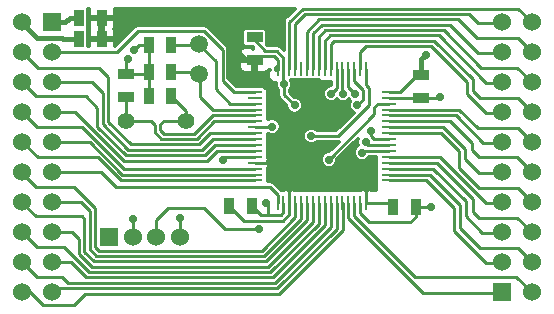
<source format=gtl>
G04 (created by PCBNEW (2013-may-18)-stable) date Вс 15 ноя 2015 18:53:40*
%MOIN*%
G04 Gerber Fmt 3.4, Leading zero omitted, Abs format*
%FSLAX34Y34*%
G01*
G70*
G90*
G04 APERTURE LIST*
%ADD10C,0.00590551*%
%ADD11R,0.035X0.055*%
%ADD12R,0.055X0.035*%
%ADD13R,0.06X0.06*%
%ADD14C,0.06*%
%ADD15C,0.056*%
%ADD16R,0.0472X0.01*%
%ADD17R,0.01X0.0472*%
%ADD18C,0.0590551*%
%ADD19C,0.0275591*%
%ADD20C,0.015748*%
%ADD21C,0.01*%
%ADD22C,0.011811*%
G04 APERTURE END LIST*
G54D10*
G54D11*
X27934Y-18622D03*
X27184Y-18622D03*
X29506Y-20433D03*
X30256Y-20433D03*
X29506Y-19527D03*
X30256Y-19527D03*
G54D12*
X28740Y-20491D03*
X28740Y-21241D03*
G54D11*
X29506Y-21220D03*
X30256Y-21220D03*
G54D12*
X33031Y-20020D03*
X33031Y-19270D03*
G54D11*
X37656Y-24921D03*
X38406Y-24921D03*
X32184Y-24881D03*
X32934Y-24881D03*
G54D12*
X38582Y-20530D03*
X38582Y-21280D03*
G54D13*
X28188Y-25905D03*
G54D14*
X28976Y-25905D03*
X29763Y-25905D03*
X30551Y-25905D03*
G54D15*
X28763Y-22047D03*
X30763Y-22047D03*
G54D13*
X26287Y-18767D03*
G54D14*
X25287Y-18767D03*
X26287Y-19767D03*
X25287Y-19767D03*
X26287Y-20767D03*
X25287Y-20767D03*
X26287Y-21767D03*
X25287Y-21767D03*
X26287Y-22767D03*
X25287Y-22767D03*
X26287Y-23767D03*
X25287Y-23767D03*
X26287Y-24767D03*
X25287Y-24767D03*
X26287Y-25767D03*
X25287Y-25767D03*
X26287Y-26767D03*
X25287Y-26767D03*
X26287Y-27767D03*
X25287Y-27767D03*
G54D13*
X41287Y-27767D03*
G54D14*
X42287Y-27767D03*
X41287Y-26767D03*
X42287Y-26767D03*
X41287Y-25767D03*
X42287Y-25767D03*
X41287Y-24767D03*
X42287Y-24767D03*
X41287Y-23767D03*
X42287Y-23767D03*
X41287Y-22767D03*
X42287Y-22767D03*
X41287Y-21767D03*
X42287Y-21767D03*
X41287Y-20767D03*
X42287Y-20767D03*
X41287Y-19767D03*
X42287Y-19767D03*
X41287Y-18767D03*
X42287Y-18767D03*
G54D16*
X33031Y-21083D03*
X33031Y-21280D03*
X33031Y-21477D03*
X33031Y-21674D03*
X33031Y-21871D03*
X33031Y-22067D03*
X33031Y-22264D03*
X33031Y-22461D03*
X33031Y-22657D03*
X33031Y-22854D03*
X33031Y-23051D03*
X33031Y-23247D03*
X33031Y-23444D03*
X33031Y-23641D03*
X33031Y-23838D03*
X33031Y-24035D03*
G54D17*
X33799Y-24803D03*
X33996Y-24803D03*
X34193Y-24803D03*
X34390Y-24803D03*
X34587Y-24803D03*
X34783Y-24803D03*
X34980Y-24803D03*
X35177Y-24803D03*
X35373Y-24803D03*
X35570Y-24803D03*
X35767Y-24803D03*
X35963Y-24803D03*
X36160Y-24803D03*
X36357Y-24803D03*
X36554Y-24803D03*
X36751Y-24803D03*
G54D16*
X37519Y-24035D03*
X37519Y-23838D03*
X37519Y-23641D03*
X37519Y-23444D03*
X37519Y-23247D03*
X37519Y-23051D03*
X37519Y-22854D03*
X37519Y-22657D03*
X37519Y-22461D03*
X37519Y-22264D03*
X37519Y-22067D03*
X37519Y-21871D03*
X37519Y-21674D03*
X37519Y-21477D03*
X37519Y-21280D03*
X37519Y-21083D03*
G54D17*
X36751Y-20315D03*
X36554Y-20315D03*
X36357Y-20315D03*
X36160Y-20315D03*
X35963Y-20315D03*
X35767Y-20315D03*
X35570Y-20315D03*
X35373Y-20315D03*
X35177Y-20315D03*
X34980Y-20315D03*
X34783Y-20315D03*
X34587Y-20315D03*
X34390Y-20315D03*
X34193Y-20315D03*
X33996Y-20315D03*
X33799Y-20315D03*
G54D11*
X27184Y-19330D03*
X27934Y-19330D03*
G54D18*
X31181Y-19500D03*
X31181Y-20500D03*
G54D19*
X38740Y-19842D03*
X32401Y-18503D03*
X31968Y-23346D03*
X38897Y-24921D03*
X39212Y-21259D03*
X33425Y-24803D03*
X28818Y-20000D03*
X29015Y-19685D03*
X34370Y-21535D03*
X34015Y-20826D03*
X36614Y-23110D03*
X35590Y-21141D03*
X28976Y-25314D03*
X33622Y-22244D03*
X35511Y-23346D03*
X33188Y-25669D03*
X30551Y-25275D03*
X34921Y-22559D03*
X36732Y-22755D03*
X36377Y-21141D03*
X36456Y-21535D03*
X36929Y-22401D03*
X35984Y-21141D03*
G54D20*
X27934Y-19330D02*
X27934Y-18622D01*
X32401Y-18503D02*
X29015Y-18503D01*
X28897Y-18622D02*
X27934Y-18622D01*
X29015Y-18503D02*
X28897Y-18622D01*
G54D21*
X33031Y-23444D02*
X33603Y-23444D01*
X33603Y-23444D02*
X33622Y-23425D01*
G54D20*
X38582Y-20530D02*
X38582Y-20000D01*
X38582Y-20000D02*
X38740Y-19842D01*
G54D21*
X36751Y-24803D02*
X36751Y-24271D01*
X36751Y-24271D02*
X36732Y-24251D01*
X34193Y-24803D02*
X34193Y-24232D01*
X34193Y-24232D02*
X34173Y-24212D01*
X33031Y-20020D02*
X32776Y-20020D01*
X32401Y-19645D02*
X32401Y-18503D01*
X32776Y-20020D02*
X32401Y-19645D01*
X33799Y-20315D02*
X33799Y-20020D01*
X33149Y-19903D02*
X33031Y-20020D01*
X33682Y-19903D02*
X33149Y-19903D01*
X33799Y-20020D02*
X33682Y-19903D01*
X34193Y-24803D02*
X34193Y-25153D01*
X32677Y-25375D02*
X32184Y-24881D01*
X33971Y-25375D02*
X32677Y-25375D01*
X34193Y-25153D02*
X33971Y-25375D01*
X36751Y-24803D02*
X37538Y-24803D01*
X37538Y-24803D02*
X37656Y-24921D01*
X37519Y-21083D02*
X37893Y-21083D01*
X38445Y-20530D02*
X38582Y-20530D01*
X37893Y-21083D02*
X38445Y-20530D01*
G54D20*
X26287Y-18767D02*
X26720Y-18767D01*
X26866Y-18622D02*
X27184Y-18622D01*
X26720Y-18767D02*
X26866Y-18622D01*
G54D21*
X33031Y-23247D02*
X32067Y-23247D01*
X32067Y-23247D02*
X31968Y-23346D01*
X38406Y-24921D02*
X38897Y-24921D01*
X38582Y-21280D02*
X39191Y-21280D01*
X39191Y-21280D02*
X39212Y-21259D01*
X33464Y-25196D02*
X33464Y-24842D01*
X33464Y-24842D02*
X33425Y-24803D01*
X33996Y-20315D02*
X33996Y-19941D01*
X33031Y-19370D02*
X33031Y-19270D01*
X33385Y-19724D02*
X33031Y-19370D01*
X33779Y-19724D02*
X33385Y-19724D01*
X33996Y-19941D02*
X33779Y-19724D01*
X28740Y-20491D02*
X28740Y-20078D01*
X28740Y-20078D02*
X28818Y-20000D01*
X29506Y-19527D02*
X29173Y-19527D01*
X29173Y-19527D02*
X29015Y-19685D01*
X34015Y-20826D02*
X34015Y-21181D01*
X34015Y-21181D02*
X34370Y-21535D01*
X33996Y-24803D02*
X33996Y-25097D01*
X33249Y-25196D02*
X32934Y-24881D01*
X33897Y-25196D02*
X33464Y-25196D01*
X33464Y-25196D02*
X33249Y-25196D01*
X33996Y-25097D02*
X33897Y-25196D01*
X36554Y-24803D02*
X36554Y-25137D01*
X38406Y-25254D02*
X38406Y-24921D01*
X38228Y-25433D02*
X38406Y-25254D01*
X36850Y-25433D02*
X38228Y-25433D01*
X36554Y-25137D02*
X36850Y-25433D01*
X37519Y-21280D02*
X38582Y-21280D01*
X38582Y-21280D02*
X38582Y-21280D01*
X33996Y-20807D02*
X33996Y-20315D01*
X34015Y-20826D02*
X33996Y-20807D01*
X29506Y-20433D02*
X29506Y-19527D01*
X29506Y-21220D02*
X29506Y-20433D01*
X28740Y-20491D02*
X29448Y-20491D01*
X29448Y-20491D02*
X29506Y-20433D01*
X26287Y-19751D02*
X28437Y-19751D01*
X32342Y-21083D02*
X33031Y-21083D01*
X31968Y-20708D02*
X32342Y-21083D01*
X31968Y-19685D02*
X31968Y-20708D01*
X31338Y-19055D02*
X31968Y-19685D01*
X29133Y-19055D02*
X31338Y-19055D01*
X28437Y-19751D02*
X29133Y-19055D01*
X41220Y-27244D02*
X41763Y-27244D01*
X38385Y-27244D02*
X41220Y-27244D01*
X36357Y-25215D02*
X38385Y-27244D01*
X36357Y-24803D02*
X36357Y-25215D01*
X41763Y-27244D02*
X42287Y-27767D01*
X40759Y-27783D02*
X41271Y-27783D01*
X36160Y-24803D02*
X36160Y-25294D01*
X36160Y-25294D02*
X38649Y-27783D01*
X38649Y-27783D02*
X40759Y-27783D01*
X41271Y-27783D02*
X41287Y-27767D01*
X25287Y-27751D02*
X25547Y-27751D01*
X35981Y-24803D02*
X35963Y-24803D01*
X35981Y-25686D02*
X35981Y-24803D01*
X33860Y-27807D02*
X35981Y-25686D01*
X27388Y-27807D02*
X33860Y-27807D01*
X27007Y-28188D02*
X27388Y-27807D01*
X25984Y-28188D02*
X27007Y-28188D01*
X25547Y-27751D02*
X25984Y-28188D01*
X35767Y-24803D02*
X35767Y-25647D01*
X26410Y-27629D02*
X26287Y-27751D01*
X33785Y-27629D02*
X26410Y-27629D01*
X35767Y-25647D02*
X33785Y-27629D01*
X35570Y-24803D02*
X35570Y-25591D01*
X25779Y-27244D02*
X25287Y-26751D01*
X26614Y-27244D02*
X25779Y-27244D01*
X26820Y-27450D02*
X26614Y-27244D01*
X33711Y-27450D02*
X26820Y-27450D01*
X35570Y-25591D02*
X33711Y-27450D01*
X35373Y-24803D02*
X35373Y-25535D01*
X26909Y-26751D02*
X26287Y-26751D01*
X27429Y-27271D02*
X26909Y-26751D01*
X33637Y-27271D02*
X27429Y-27271D01*
X35373Y-25535D02*
X33637Y-27271D01*
X33031Y-22461D02*
X31548Y-22461D01*
X25811Y-20275D02*
X25287Y-19751D01*
X27834Y-20275D02*
X25811Y-20275D01*
X28149Y-20590D02*
X27834Y-20275D01*
X28149Y-22086D02*
X28149Y-20590D01*
X28900Y-22837D02*
X28149Y-22086D01*
X31171Y-22837D02*
X28900Y-22837D01*
X31548Y-22461D02*
X31171Y-22837D01*
X36673Y-23051D02*
X37519Y-23051D01*
X36614Y-23110D02*
X36673Y-23051D01*
X35767Y-20964D02*
X35767Y-20315D01*
X35590Y-21141D02*
X35767Y-20964D01*
X33031Y-23641D02*
X28686Y-23641D01*
X25779Y-22244D02*
X25287Y-21751D01*
X27289Y-22244D02*
X25779Y-22244D01*
X28686Y-23641D02*
X27289Y-22244D01*
X35177Y-24803D02*
X35177Y-25479D01*
X25795Y-26259D02*
X25287Y-25751D01*
X26692Y-26259D02*
X25795Y-26259D01*
X27525Y-27092D02*
X26692Y-26259D01*
X33563Y-27092D02*
X27525Y-27092D01*
X35177Y-25479D02*
X33563Y-27092D01*
X33031Y-23051D02*
X31768Y-23051D01*
X27050Y-21751D02*
X26287Y-21751D01*
X28672Y-23374D02*
X27050Y-21751D01*
X31445Y-23374D02*
X28672Y-23374D01*
X31768Y-23051D02*
X31445Y-23374D01*
X33031Y-22854D02*
X31712Y-22854D01*
X25755Y-21220D02*
X25287Y-20751D01*
X27401Y-21220D02*
X25755Y-21220D01*
X27792Y-21611D02*
X27401Y-21220D01*
X27792Y-22240D02*
X27792Y-21611D01*
X28746Y-23195D02*
X27792Y-22240D01*
X31371Y-23195D02*
X28746Y-23195D01*
X31712Y-22854D02*
X31371Y-23195D01*
X33031Y-22657D02*
X31634Y-22657D01*
X27602Y-20751D02*
X26287Y-20751D01*
X27970Y-21120D02*
X27602Y-20751D01*
X27970Y-22160D02*
X27970Y-21120D01*
X28826Y-23016D02*
X27970Y-22160D01*
X31274Y-23016D02*
X28826Y-23016D01*
X31634Y-22657D02*
X31274Y-23016D01*
G54D20*
X25287Y-18767D02*
X25287Y-18791D01*
X26653Y-19330D02*
X27184Y-19330D01*
X26614Y-19291D02*
X26653Y-19330D01*
X25787Y-19291D02*
X26614Y-19291D01*
X25287Y-18791D02*
X25787Y-19291D01*
G54D21*
X28976Y-25314D02*
X28976Y-25905D01*
X33602Y-22264D02*
X33622Y-22244D01*
X33031Y-22264D02*
X33602Y-22264D01*
X29763Y-25905D02*
X29763Y-25354D01*
X37029Y-21592D02*
X37144Y-21477D01*
X37029Y-21829D02*
X37029Y-21592D01*
X35511Y-23346D02*
X37029Y-21829D01*
X37144Y-21477D02*
X37519Y-21477D01*
X32047Y-25669D02*
X33188Y-25669D01*
X31338Y-24960D02*
X32047Y-25669D01*
X30157Y-24960D02*
X31338Y-24960D01*
X29763Y-25354D02*
X30157Y-24960D01*
X36751Y-20315D02*
X36751Y-20846D01*
X30551Y-25275D02*
X30551Y-25905D01*
X35826Y-22559D02*
X34921Y-22559D01*
X36850Y-21535D02*
X35826Y-22559D01*
X36850Y-20944D02*
X36850Y-21535D01*
X36751Y-20846D02*
X36850Y-20944D01*
X32224Y-21476D02*
X32657Y-21476D01*
X32658Y-21477D02*
X33031Y-21477D01*
X32657Y-21476D02*
X32658Y-21477D01*
X31732Y-20051D02*
X31220Y-19539D01*
X31732Y-20984D02*
X31732Y-20051D01*
X32225Y-21477D02*
X32224Y-21476D01*
X32224Y-21476D02*
X31732Y-20984D01*
X30256Y-19527D02*
X31208Y-19527D01*
X31208Y-19527D02*
X31220Y-19539D01*
X30256Y-20433D02*
X31114Y-20433D01*
X31220Y-20539D02*
X31220Y-21259D01*
X31114Y-20433D02*
X31220Y-20539D01*
X31220Y-21259D02*
X31634Y-21674D01*
X31634Y-21674D02*
X32598Y-21674D01*
X32598Y-21674D02*
X33031Y-21674D01*
X32598Y-21674D02*
X32598Y-21674D01*
X40759Y-22783D02*
X41271Y-22783D01*
X39745Y-21871D02*
X40657Y-22783D01*
X40657Y-22783D02*
X40759Y-22783D01*
X37519Y-21871D02*
X39745Y-21871D01*
X41271Y-22783D02*
X41287Y-22767D01*
X34980Y-24803D02*
X34980Y-25423D01*
X26933Y-25751D02*
X26287Y-25751D01*
X27180Y-25999D02*
X26933Y-25751D01*
X27180Y-26481D02*
X27180Y-25999D01*
X27612Y-26914D02*
X27180Y-26481D01*
X33489Y-26914D02*
X27612Y-26914D01*
X34980Y-25423D02*
X33489Y-26914D01*
X40759Y-18783D02*
X41271Y-18783D01*
X40476Y-18783D02*
X40178Y-18485D01*
X40178Y-18485D02*
X34719Y-18485D01*
X34719Y-18485D02*
X34390Y-18814D01*
X34390Y-20315D02*
X34390Y-18814D01*
X40759Y-18783D02*
X40476Y-18783D01*
X41271Y-18783D02*
X41287Y-18767D01*
X41267Y-19291D02*
X41811Y-19291D01*
X34783Y-19077D02*
X35196Y-18664D01*
X35196Y-18664D02*
X39806Y-18664D01*
X39806Y-18664D02*
X40433Y-19291D01*
X40433Y-19291D02*
X41267Y-19291D01*
X34783Y-20315D02*
X34783Y-19077D01*
X41811Y-19291D02*
X42287Y-19767D01*
X40759Y-19783D02*
X41271Y-19783D01*
X34980Y-19133D02*
X35270Y-18843D01*
X35270Y-18843D02*
X39551Y-18843D01*
X39551Y-18843D02*
X40492Y-19783D01*
X40492Y-19783D02*
X40759Y-19783D01*
X34980Y-20315D02*
X34980Y-19133D01*
X41271Y-19783D02*
X41287Y-19767D01*
X41251Y-20275D02*
X41795Y-20275D01*
X35177Y-19238D02*
X35393Y-19022D01*
X35393Y-19022D02*
X39337Y-19022D01*
X39337Y-19022D02*
X40590Y-20275D01*
X40590Y-20275D02*
X41251Y-20275D01*
X35177Y-20315D02*
X35177Y-19238D01*
X41795Y-20275D02*
X42287Y-20767D01*
X40759Y-20783D02*
X41271Y-20783D01*
X35373Y-19378D02*
X35551Y-19200D01*
X35551Y-19200D02*
X39177Y-19200D01*
X39177Y-19200D02*
X40759Y-20783D01*
X35373Y-20315D02*
X35373Y-19378D01*
X41271Y-20783D02*
X41287Y-20767D01*
X40759Y-21783D02*
X41271Y-21783D01*
X36554Y-19744D02*
X36740Y-19558D01*
X36740Y-19558D02*
X38928Y-19558D01*
X38928Y-19558D02*
X40118Y-20748D01*
X40118Y-20748D02*
X40118Y-21141D01*
X40118Y-21141D02*
X40759Y-21783D01*
X36554Y-20315D02*
X36554Y-19744D01*
X41271Y-21783D02*
X41287Y-21767D01*
X41259Y-22283D02*
X41803Y-22283D01*
X39863Y-21674D02*
X40472Y-22283D01*
X40472Y-22283D02*
X41259Y-22283D01*
X37519Y-21674D02*
X39863Y-21674D01*
X41803Y-22283D02*
X42287Y-22767D01*
X41283Y-18307D02*
X41826Y-18307D01*
X34193Y-18759D02*
X34645Y-18307D01*
X34645Y-18307D02*
X41283Y-18307D01*
X34193Y-20315D02*
X34193Y-18759D01*
X41826Y-18307D02*
X42287Y-18767D01*
X41244Y-23267D02*
X41787Y-23267D01*
X39547Y-22067D02*
X40275Y-22795D01*
X40275Y-22795D02*
X40275Y-23031D01*
X40275Y-23031D02*
X40511Y-23267D01*
X40511Y-23267D02*
X41244Y-23267D01*
X37519Y-22067D02*
X39547Y-22067D01*
X41787Y-23267D02*
X42287Y-23767D01*
X40759Y-23783D02*
X41271Y-23783D01*
X39311Y-22264D02*
X40039Y-22992D01*
X40039Y-22992D02*
X40039Y-23307D01*
X40039Y-23307D02*
X40515Y-23783D01*
X40515Y-23783D02*
X40759Y-23783D01*
X37519Y-22264D02*
X39311Y-22264D01*
X41271Y-23783D02*
X41287Y-23767D01*
X26287Y-24751D02*
X27232Y-24751D01*
X34587Y-25310D02*
X34587Y-24803D01*
X33341Y-26556D02*
X34587Y-25310D01*
X27760Y-26556D02*
X33341Y-26556D01*
X27537Y-26333D02*
X27760Y-26556D01*
X27537Y-25057D02*
X27537Y-26333D01*
X27232Y-24751D02*
X27537Y-25057D01*
X41267Y-24291D02*
X41811Y-24291D01*
X39232Y-22461D02*
X39842Y-23070D01*
X39842Y-23070D02*
X39842Y-23622D01*
X39842Y-23622D02*
X40511Y-24291D01*
X40511Y-24291D02*
X41267Y-24291D01*
X37519Y-22461D02*
X39232Y-22461D01*
X41811Y-24291D02*
X42287Y-24767D01*
X40759Y-24783D02*
X41271Y-24783D01*
X39214Y-23247D02*
X40751Y-24783D01*
X40751Y-24783D02*
X40759Y-24783D01*
X37519Y-23247D02*
X39214Y-23247D01*
X41271Y-24783D02*
X41287Y-24767D01*
X41251Y-25275D02*
X41795Y-25275D01*
X39113Y-23444D02*
X40314Y-24645D01*
X40314Y-24645D02*
X40314Y-25078D01*
X40314Y-25078D02*
X40511Y-25275D01*
X40511Y-25275D02*
X41251Y-25275D01*
X37519Y-23444D02*
X39113Y-23444D01*
X41795Y-25275D02*
X42287Y-25767D01*
X40759Y-25783D02*
X41271Y-25783D01*
X38995Y-23641D02*
X40078Y-24724D01*
X40078Y-24724D02*
X40078Y-25236D01*
X40078Y-25236D02*
X40625Y-25783D01*
X40625Y-25783D02*
X40759Y-25783D01*
X37519Y-23641D02*
X38995Y-23641D01*
X41271Y-25783D02*
X41287Y-25767D01*
X41400Y-26299D02*
X41818Y-26299D01*
X37519Y-23838D02*
X38877Y-23838D01*
X40551Y-26299D02*
X41400Y-26299D01*
X41400Y-26299D02*
X41417Y-26299D01*
X39881Y-25629D02*
X40551Y-26299D01*
X39881Y-24842D02*
X39881Y-25629D01*
X38877Y-23838D02*
X39881Y-24842D01*
X41818Y-26299D02*
X42287Y-26767D01*
X40759Y-26783D02*
X41271Y-26783D01*
X38759Y-24035D02*
X39685Y-24960D01*
X39685Y-24960D02*
X39685Y-25708D01*
X39685Y-25708D02*
X40759Y-26783D01*
X37519Y-24035D02*
X38759Y-24035D01*
X41271Y-26783D02*
X41287Y-26767D01*
X41275Y-21299D02*
X41818Y-21299D01*
X35570Y-19478D02*
X35669Y-19379D01*
X35669Y-19379D02*
X39025Y-19379D01*
X39025Y-19379D02*
X40314Y-20669D01*
X40314Y-20669D02*
X40314Y-21062D01*
X40314Y-21062D02*
X40551Y-21299D01*
X40551Y-21299D02*
X41275Y-21299D01*
X35570Y-20315D02*
X35570Y-19478D01*
X41818Y-21299D02*
X42287Y-21767D01*
X36830Y-22854D02*
X37519Y-22854D01*
X36732Y-22755D02*
X36830Y-22854D01*
X36160Y-20924D02*
X36160Y-20315D01*
X36377Y-21141D02*
X36160Y-20924D01*
X33799Y-24803D02*
X33799Y-24508D01*
X27925Y-23751D02*
X26287Y-23751D01*
X28425Y-24251D02*
X27925Y-23751D01*
X33543Y-24251D02*
X28425Y-24251D01*
X33799Y-24508D02*
X33543Y-24251D01*
X36357Y-20727D02*
X36357Y-20315D01*
X36653Y-21023D02*
X36357Y-20727D01*
X36653Y-21338D02*
X36653Y-21023D01*
X36456Y-21535D02*
X36653Y-21338D01*
X37027Y-22657D02*
X37519Y-22657D01*
X36929Y-22401D02*
X36929Y-22559D01*
X36929Y-22559D02*
X37027Y-22657D01*
X35963Y-21121D02*
X35963Y-20315D01*
X35984Y-21141D02*
X35963Y-21121D01*
X32598Y-22067D02*
X33031Y-22067D01*
X28763Y-22047D02*
X28763Y-21264D01*
X28763Y-21264D02*
X28740Y-21241D01*
X32598Y-22067D02*
X32598Y-22067D01*
X32598Y-22067D02*
X31689Y-22067D01*
X29566Y-22047D02*
X28763Y-22047D01*
X29703Y-22183D02*
X29566Y-22047D01*
X29703Y-22436D02*
X29703Y-22183D01*
X29925Y-22659D02*
X29703Y-22436D01*
X31097Y-22659D02*
X29925Y-22659D01*
X31689Y-22067D02*
X31097Y-22659D01*
X32598Y-21871D02*
X33031Y-21871D01*
X30763Y-22047D02*
X30763Y-21727D01*
X30763Y-21727D02*
X30256Y-21220D01*
X32598Y-21871D02*
X32598Y-21871D01*
X32598Y-21871D02*
X31632Y-21871D01*
X30000Y-22047D02*
X30763Y-22047D01*
X29881Y-22165D02*
X30000Y-22047D01*
X29881Y-22362D02*
X29881Y-22165D01*
X30000Y-22480D02*
X29881Y-22362D01*
X31023Y-22480D02*
X30000Y-22480D01*
X31632Y-21871D02*
X31023Y-22480D01*
X33031Y-24035D02*
X28575Y-24035D01*
X25803Y-23267D02*
X25287Y-22751D01*
X27807Y-23267D02*
X25803Y-23267D01*
X28575Y-24035D02*
X27807Y-23267D01*
X33031Y-23838D02*
X28630Y-23838D01*
X27544Y-22751D02*
X26287Y-22751D01*
X28630Y-23838D02*
X27544Y-22751D01*
X25287Y-24751D02*
X25287Y-24775D01*
X34783Y-25367D02*
X34783Y-24803D01*
X33415Y-26735D02*
X34783Y-25367D01*
X27686Y-26735D02*
X33415Y-26735D01*
X27359Y-26407D02*
X27686Y-26735D01*
X27359Y-25314D02*
X27359Y-26407D01*
X27280Y-25236D02*
X27359Y-25314D01*
X25748Y-25236D02*
X27280Y-25236D01*
X25287Y-24775D02*
X25748Y-25236D01*
X25287Y-23751D02*
X25287Y-23791D01*
X34390Y-25255D02*
X34390Y-24803D01*
X33267Y-26377D02*
X34390Y-25255D01*
X27834Y-26377D02*
X33267Y-26377D01*
X27716Y-26259D02*
X27834Y-26377D01*
X27716Y-24960D02*
X27716Y-26259D01*
X27007Y-24251D02*
X27716Y-24960D01*
X25748Y-24251D02*
X27007Y-24251D01*
X25287Y-23791D02*
X25748Y-24251D01*
G54D10*
G36*
X33808Y-20363D02*
X33774Y-20363D01*
X33774Y-20356D01*
X33750Y-20356D01*
X33750Y-20274D01*
X33774Y-20274D01*
X33774Y-20266D01*
X33808Y-20266D01*
X33808Y-20363D01*
X33808Y-20363D01*
G37*
G54D22*
X33808Y-20363D02*
X33774Y-20363D01*
X33774Y-20356D01*
X33750Y-20356D01*
X33750Y-20274D01*
X33774Y-20274D01*
X33774Y-20266D01*
X33808Y-20266D01*
X33808Y-20363D01*
G54D10*
G36*
X37066Y-24350D02*
X36951Y-24350D01*
X36948Y-24347D01*
X36852Y-24307D01*
X36841Y-24308D01*
X36798Y-24350D01*
X36704Y-24350D01*
X36661Y-24308D01*
X36650Y-24307D01*
X36555Y-24347D01*
X36551Y-24350D01*
X34393Y-24350D01*
X34390Y-24347D01*
X34294Y-24307D01*
X34283Y-24308D01*
X34240Y-24350D01*
X34146Y-24350D01*
X34103Y-24308D01*
X34092Y-24307D01*
X33997Y-24347D01*
X33993Y-24350D01*
X33907Y-24350D01*
X33676Y-24119D01*
X33615Y-24078D01*
X33543Y-24064D01*
X33484Y-24064D01*
X33484Y-23643D01*
X33487Y-23640D01*
X33526Y-23545D01*
X33526Y-23533D01*
X33484Y-23491D01*
X33484Y-23396D01*
X33526Y-23354D01*
X33526Y-23342D01*
X33487Y-23247D01*
X33484Y-23244D01*
X33484Y-22485D01*
X33566Y-22519D01*
X33676Y-22519D01*
X33777Y-22477D01*
X33855Y-22400D01*
X33897Y-22299D01*
X33897Y-22189D01*
X33855Y-22088D01*
X33778Y-22010D01*
X33677Y-21968D01*
X33567Y-21968D01*
X33484Y-22002D01*
X33484Y-20964D01*
X33388Y-20964D01*
X33384Y-20955D01*
X33345Y-20916D01*
X33295Y-20895D01*
X33240Y-20895D01*
X32990Y-20895D01*
X32990Y-20389D01*
X32990Y-20061D01*
X32562Y-20061D01*
X32497Y-20126D01*
X32497Y-20246D01*
X32536Y-20342D01*
X32609Y-20415D01*
X32704Y-20454D01*
X32807Y-20454D01*
X32925Y-20454D01*
X32990Y-20389D01*
X32990Y-20895D01*
X32768Y-20895D01*
X32768Y-20895D01*
X32420Y-20895D01*
X32156Y-20630D01*
X32156Y-19685D01*
X32142Y-19613D01*
X32142Y-19613D01*
X32101Y-19552D01*
X32101Y-19552D01*
X31471Y-18922D01*
X31410Y-18881D01*
X31338Y-18867D01*
X29133Y-18867D01*
X29061Y-18881D01*
X29001Y-18922D01*
X28368Y-19555D01*
X28368Y-19554D01*
X28368Y-19107D01*
X28368Y-19003D01*
X28356Y-18976D01*
X28368Y-18948D01*
X28368Y-18845D01*
X28368Y-18727D01*
X28303Y-18662D01*
X27975Y-18662D01*
X27975Y-18861D01*
X27975Y-19091D01*
X27975Y-19289D01*
X28303Y-19289D01*
X28368Y-19225D01*
X28368Y-19107D01*
X28368Y-19554D01*
X28368Y-19436D01*
X28303Y-19371D01*
X27975Y-19371D01*
X27975Y-19379D01*
X27893Y-19379D01*
X27893Y-19371D01*
X27893Y-19289D01*
X27893Y-19091D01*
X27893Y-18861D01*
X27893Y-18662D01*
X27564Y-18662D01*
X27500Y-18727D01*
X27499Y-18845D01*
X27500Y-18948D01*
X27511Y-18976D01*
X27500Y-19003D01*
X27499Y-19107D01*
X27500Y-19225D01*
X27564Y-19289D01*
X27893Y-19289D01*
X27893Y-19371D01*
X27564Y-19371D01*
X27500Y-19436D01*
X27499Y-19554D01*
X27499Y-19564D01*
X27496Y-19564D01*
X27496Y-19028D01*
X27475Y-18977D01*
X27474Y-18976D01*
X27475Y-18975D01*
X27496Y-18924D01*
X27496Y-18869D01*
X27496Y-18319D01*
X27495Y-18316D01*
X27500Y-18316D01*
X27499Y-18398D01*
X27500Y-18516D01*
X27564Y-18581D01*
X27893Y-18581D01*
X27893Y-18573D01*
X27975Y-18573D01*
X27975Y-18581D01*
X28303Y-18581D01*
X28368Y-18516D01*
X28368Y-18398D01*
X28368Y-18316D01*
X34370Y-18316D01*
X34060Y-18626D01*
X34020Y-18687D01*
X34005Y-18759D01*
X34005Y-19685D01*
X33912Y-19591D01*
X33851Y-19550D01*
X33779Y-19536D01*
X33463Y-19536D01*
X33431Y-19504D01*
X33444Y-19473D01*
X33444Y-19418D01*
X33444Y-19068D01*
X33423Y-19017D01*
X33384Y-18978D01*
X33334Y-18957D01*
X33279Y-18957D01*
X32729Y-18957D01*
X32678Y-18978D01*
X32639Y-19017D01*
X32618Y-19068D01*
X32618Y-19122D01*
X32618Y-19472D01*
X32639Y-19523D01*
X32678Y-19562D01*
X32728Y-19583D01*
X32783Y-19583D01*
X32979Y-19583D01*
X32990Y-19594D01*
X32990Y-19651D01*
X32925Y-19586D01*
X32807Y-19586D01*
X32704Y-19586D01*
X32609Y-19626D01*
X32536Y-19699D01*
X32497Y-19794D01*
X32497Y-19914D01*
X32562Y-19979D01*
X32990Y-19979D01*
X32990Y-19971D01*
X33072Y-19971D01*
X33072Y-19979D01*
X33080Y-19979D01*
X33080Y-20061D01*
X33072Y-20061D01*
X33072Y-20389D01*
X33137Y-20454D01*
X33255Y-20454D01*
X33358Y-20454D01*
X33453Y-20415D01*
X33512Y-20356D01*
X33555Y-20356D01*
X33490Y-20420D01*
X33490Y-20499D01*
X33490Y-20602D01*
X33530Y-20697D01*
X33603Y-20770D01*
X33698Y-20810D01*
X33709Y-20810D01*
X33740Y-20779D01*
X33740Y-20881D01*
X33781Y-20982D01*
X33827Y-21028D01*
X33827Y-21181D01*
X33842Y-21252D01*
X33882Y-21313D01*
X34094Y-21525D01*
X34094Y-21590D01*
X34136Y-21691D01*
X34213Y-21768D01*
X34315Y-21810D01*
X34424Y-21811D01*
X34525Y-21769D01*
X34603Y-21691D01*
X34645Y-21590D01*
X34645Y-21480D01*
X34603Y-21379D01*
X34526Y-21301D01*
X34425Y-21259D01*
X34360Y-21259D01*
X34203Y-21103D01*
X34203Y-21028D01*
X34249Y-20983D01*
X34291Y-20881D01*
X34291Y-20772D01*
X34256Y-20688D01*
X34270Y-20688D01*
X34292Y-20680D01*
X34313Y-20688D01*
X34367Y-20688D01*
X34467Y-20688D01*
X34489Y-20680D01*
X34510Y-20688D01*
X34564Y-20688D01*
X34664Y-20688D01*
X34685Y-20680D01*
X34706Y-20688D01*
X34760Y-20688D01*
X34860Y-20688D01*
X34882Y-20680D01*
X34903Y-20688D01*
X34957Y-20688D01*
X35057Y-20688D01*
X35079Y-20680D01*
X35100Y-20688D01*
X35154Y-20688D01*
X35177Y-20688D01*
X35177Y-20767D01*
X35579Y-20767D01*
X35579Y-20866D01*
X35535Y-20866D01*
X35434Y-20907D01*
X35357Y-20985D01*
X35315Y-21086D01*
X35314Y-21196D01*
X35356Y-21297D01*
X35434Y-21375D01*
X35535Y-21417D01*
X35645Y-21417D01*
X35746Y-21375D01*
X35787Y-21334D01*
X35827Y-21375D01*
X35929Y-21417D01*
X36038Y-21417D01*
X36140Y-21375D01*
X36181Y-21334D01*
X36221Y-21375D01*
X36225Y-21376D01*
X36223Y-21379D01*
X36181Y-21480D01*
X36181Y-21590D01*
X36222Y-21691D01*
X36300Y-21768D01*
X36336Y-21783D01*
X35748Y-22371D01*
X35123Y-22371D01*
X35077Y-22325D01*
X34976Y-22283D01*
X34866Y-22283D01*
X34765Y-22325D01*
X34687Y-22402D01*
X34645Y-22503D01*
X34645Y-22613D01*
X34687Y-22714D01*
X34764Y-22792D01*
X34866Y-22834D01*
X34975Y-22834D01*
X35077Y-22792D01*
X35123Y-22746D01*
X35826Y-22746D01*
X35850Y-22742D01*
X35521Y-23070D01*
X35457Y-23070D01*
X35355Y-23112D01*
X35278Y-23190D01*
X35236Y-23291D01*
X35236Y-23401D01*
X35278Y-23502D01*
X35355Y-23579D01*
X35456Y-23621D01*
X35566Y-23622D01*
X35667Y-23580D01*
X35745Y-23502D01*
X35787Y-23401D01*
X35787Y-23336D01*
X36480Y-22643D01*
X36456Y-22700D01*
X36456Y-22810D01*
X36480Y-22867D01*
X36458Y-22876D01*
X36380Y-22953D01*
X36338Y-23055D01*
X36338Y-23164D01*
X36380Y-23266D01*
X36457Y-23343D01*
X36559Y-23385D01*
X36668Y-23385D01*
X36770Y-23344D01*
X36847Y-23266D01*
X36859Y-23238D01*
X37066Y-23238D01*
X37066Y-24350D01*
X37066Y-24350D01*
G37*
G54D22*
X37066Y-24350D02*
X36951Y-24350D01*
X36948Y-24347D01*
X36852Y-24307D01*
X36841Y-24308D01*
X36798Y-24350D01*
X36704Y-24350D01*
X36661Y-24308D01*
X36650Y-24307D01*
X36555Y-24347D01*
X36551Y-24350D01*
X34393Y-24350D01*
X34390Y-24347D01*
X34294Y-24307D01*
X34283Y-24308D01*
X34240Y-24350D01*
X34146Y-24350D01*
X34103Y-24308D01*
X34092Y-24307D01*
X33997Y-24347D01*
X33993Y-24350D01*
X33907Y-24350D01*
X33676Y-24119D01*
X33615Y-24078D01*
X33543Y-24064D01*
X33484Y-24064D01*
X33484Y-23643D01*
X33487Y-23640D01*
X33526Y-23545D01*
X33526Y-23533D01*
X33484Y-23491D01*
X33484Y-23396D01*
X33526Y-23354D01*
X33526Y-23342D01*
X33487Y-23247D01*
X33484Y-23244D01*
X33484Y-22485D01*
X33566Y-22519D01*
X33676Y-22519D01*
X33777Y-22477D01*
X33855Y-22400D01*
X33897Y-22299D01*
X33897Y-22189D01*
X33855Y-22088D01*
X33778Y-22010D01*
X33677Y-21968D01*
X33567Y-21968D01*
X33484Y-22002D01*
X33484Y-20964D01*
X33388Y-20964D01*
X33384Y-20955D01*
X33345Y-20916D01*
X33295Y-20895D01*
X33240Y-20895D01*
X32990Y-20895D01*
X32990Y-20389D01*
X32990Y-20061D01*
X32562Y-20061D01*
X32497Y-20126D01*
X32497Y-20246D01*
X32536Y-20342D01*
X32609Y-20415D01*
X32704Y-20454D01*
X32807Y-20454D01*
X32925Y-20454D01*
X32990Y-20389D01*
X32990Y-20895D01*
X32768Y-20895D01*
X32768Y-20895D01*
X32420Y-20895D01*
X32156Y-20630D01*
X32156Y-19685D01*
X32142Y-19613D01*
X32142Y-19613D01*
X32101Y-19552D01*
X32101Y-19552D01*
X31471Y-18922D01*
X31410Y-18881D01*
X31338Y-18867D01*
X29133Y-18867D01*
X29061Y-18881D01*
X29001Y-18922D01*
X28368Y-19555D01*
X28368Y-19554D01*
X28368Y-19107D01*
X28368Y-19003D01*
X28356Y-18976D01*
X28368Y-18948D01*
X28368Y-18845D01*
X28368Y-18727D01*
X28303Y-18662D01*
X27975Y-18662D01*
X27975Y-18861D01*
X27975Y-19091D01*
X27975Y-19289D01*
X28303Y-19289D01*
X28368Y-19225D01*
X28368Y-19107D01*
X28368Y-19554D01*
X28368Y-19436D01*
X28303Y-19371D01*
X27975Y-19371D01*
X27975Y-19379D01*
X27893Y-19379D01*
X27893Y-19371D01*
X27893Y-19289D01*
X27893Y-19091D01*
X27893Y-18861D01*
X27893Y-18662D01*
X27564Y-18662D01*
X27500Y-18727D01*
X27499Y-18845D01*
X27500Y-18948D01*
X27511Y-18976D01*
X27500Y-19003D01*
X27499Y-19107D01*
X27500Y-19225D01*
X27564Y-19289D01*
X27893Y-19289D01*
X27893Y-19371D01*
X27564Y-19371D01*
X27500Y-19436D01*
X27499Y-19554D01*
X27499Y-19564D01*
X27496Y-19564D01*
X27496Y-19028D01*
X27475Y-18977D01*
X27474Y-18976D01*
X27475Y-18975D01*
X27496Y-18924D01*
X27496Y-18869D01*
X27496Y-18319D01*
X27495Y-18316D01*
X27500Y-18316D01*
X27499Y-18398D01*
X27500Y-18516D01*
X27564Y-18581D01*
X27893Y-18581D01*
X27893Y-18573D01*
X27975Y-18573D01*
X27975Y-18581D01*
X28303Y-18581D01*
X28368Y-18516D01*
X28368Y-18398D01*
X28368Y-18316D01*
X34370Y-18316D01*
X34060Y-18626D01*
X34020Y-18687D01*
X34005Y-18759D01*
X34005Y-19685D01*
X33912Y-19591D01*
X33851Y-19550D01*
X33779Y-19536D01*
X33463Y-19536D01*
X33431Y-19504D01*
X33444Y-19473D01*
X33444Y-19418D01*
X33444Y-19068D01*
X33423Y-19017D01*
X33384Y-18978D01*
X33334Y-18957D01*
X33279Y-18957D01*
X32729Y-18957D01*
X32678Y-18978D01*
X32639Y-19017D01*
X32618Y-19068D01*
X32618Y-19122D01*
X32618Y-19472D01*
X32639Y-19523D01*
X32678Y-19562D01*
X32728Y-19583D01*
X32783Y-19583D01*
X32979Y-19583D01*
X32990Y-19594D01*
X32990Y-19651D01*
X32925Y-19586D01*
X32807Y-19586D01*
X32704Y-19586D01*
X32609Y-19626D01*
X32536Y-19699D01*
X32497Y-19794D01*
X32497Y-19914D01*
X32562Y-19979D01*
X32990Y-19979D01*
X32990Y-19971D01*
X33072Y-19971D01*
X33072Y-19979D01*
X33080Y-19979D01*
X33080Y-20061D01*
X33072Y-20061D01*
X33072Y-20389D01*
X33137Y-20454D01*
X33255Y-20454D01*
X33358Y-20454D01*
X33453Y-20415D01*
X33512Y-20356D01*
X33555Y-20356D01*
X33490Y-20420D01*
X33490Y-20499D01*
X33490Y-20602D01*
X33530Y-20697D01*
X33603Y-20770D01*
X33698Y-20810D01*
X33709Y-20810D01*
X33740Y-20779D01*
X33740Y-20881D01*
X33781Y-20982D01*
X33827Y-21028D01*
X33827Y-21181D01*
X33842Y-21252D01*
X33882Y-21313D01*
X34094Y-21525D01*
X34094Y-21590D01*
X34136Y-21691D01*
X34213Y-21768D01*
X34315Y-21810D01*
X34424Y-21811D01*
X34525Y-21769D01*
X34603Y-21691D01*
X34645Y-21590D01*
X34645Y-21480D01*
X34603Y-21379D01*
X34526Y-21301D01*
X34425Y-21259D01*
X34360Y-21259D01*
X34203Y-21103D01*
X34203Y-21028D01*
X34249Y-20983D01*
X34291Y-20881D01*
X34291Y-20772D01*
X34256Y-20688D01*
X34270Y-20688D01*
X34292Y-20680D01*
X34313Y-20688D01*
X34367Y-20688D01*
X34467Y-20688D01*
X34489Y-20680D01*
X34510Y-20688D01*
X34564Y-20688D01*
X34664Y-20688D01*
X34685Y-20680D01*
X34706Y-20688D01*
X34760Y-20688D01*
X34860Y-20688D01*
X34882Y-20680D01*
X34903Y-20688D01*
X34957Y-20688D01*
X35057Y-20688D01*
X35079Y-20680D01*
X35100Y-20688D01*
X35154Y-20688D01*
X35177Y-20688D01*
X35177Y-20767D01*
X35579Y-20767D01*
X35579Y-20866D01*
X35535Y-20866D01*
X35434Y-20907D01*
X35357Y-20985D01*
X35315Y-21086D01*
X35314Y-21196D01*
X35356Y-21297D01*
X35434Y-21375D01*
X35535Y-21417D01*
X35645Y-21417D01*
X35746Y-21375D01*
X35787Y-21334D01*
X35827Y-21375D01*
X35929Y-21417D01*
X36038Y-21417D01*
X36140Y-21375D01*
X36181Y-21334D01*
X36221Y-21375D01*
X36225Y-21376D01*
X36223Y-21379D01*
X36181Y-21480D01*
X36181Y-21590D01*
X36222Y-21691D01*
X36300Y-21768D01*
X36336Y-21783D01*
X35748Y-22371D01*
X35123Y-22371D01*
X35077Y-22325D01*
X34976Y-22283D01*
X34866Y-22283D01*
X34765Y-22325D01*
X34687Y-22402D01*
X34645Y-22503D01*
X34645Y-22613D01*
X34687Y-22714D01*
X34764Y-22792D01*
X34866Y-22834D01*
X34975Y-22834D01*
X35077Y-22792D01*
X35123Y-22746D01*
X35826Y-22746D01*
X35850Y-22742D01*
X35521Y-23070D01*
X35457Y-23070D01*
X35355Y-23112D01*
X35278Y-23190D01*
X35236Y-23291D01*
X35236Y-23401D01*
X35278Y-23502D01*
X35355Y-23579D01*
X35456Y-23621D01*
X35566Y-23622D01*
X35667Y-23580D01*
X35745Y-23502D01*
X35787Y-23401D01*
X35787Y-23336D01*
X36480Y-22643D01*
X36456Y-22700D01*
X36456Y-22810D01*
X36480Y-22867D01*
X36458Y-22876D01*
X36380Y-22953D01*
X36338Y-23055D01*
X36338Y-23164D01*
X36380Y-23266D01*
X36457Y-23343D01*
X36559Y-23385D01*
X36668Y-23385D01*
X36770Y-23344D01*
X36847Y-23266D01*
X36859Y-23238D01*
X37066Y-23238D01*
X37066Y-24350D01*
M02*

</source>
